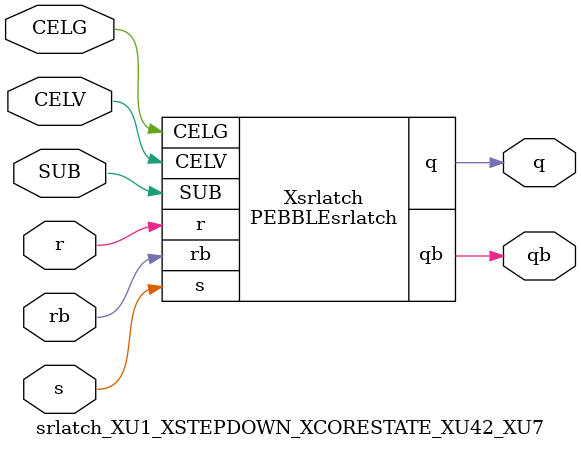
<source format=v>



module PEBBLEsrlatch ( q, qb, CELG, CELV, SUB, r, rb, s );

  input CELV;
  input s;
  output q;
  input rb;
  input r;
  input SUB;
  input CELG;
  output qb;
endmodule

//Celera Confidential Do Not Copy srlatch_XU1_XSTEPDOWN_XCORESTATE_XU42_XU7
//Celera Confidential Symbol Generator
//SR Latch
module srlatch_XU1_XSTEPDOWN_XCORESTATE_XU42_XU7 (CELV,CELG,s,r,rb,q,qb,SUB);
input CELV;
input CELG;
input s;
input r;
input rb;
input SUB;
output q;
output qb;

//Celera Confidential Do Not Copy srlatch
PEBBLEsrlatch Xsrlatch(
.CELV (CELV),
.r (r),
.s (s),
.q (q),
.qb (qb),
.rb (rb),
.SUB (SUB),
.CELG (CELG)
);
//,diesize,PEBBLEsrlatch

//Celera Confidential Do Not Copy Module End
//Celera Schematic Generator
endmodule

</source>
